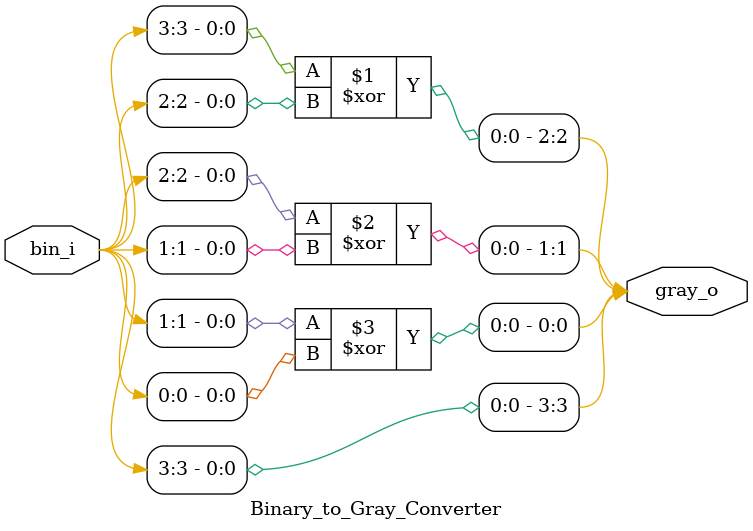
<source format=sv>

module Binary_to_Gray_Converter #(
  parameter VEC_W = 4
)(
  input     wire[VEC_W-1:0] bin_i,
  output    wire[VEC_W-1:0] gray_o 
);

assign gray_o[VEC_W-1] = bin_i [VEC_W-1];

genvar i;
for(i=0; i<VEC_W-1; i++) begin
  assign gray_o[VEC_W-2-i] = bin_i[VEC_W-1-i] ^ bin_i[VEC_W-2-i];
end

endmodule
</source>
